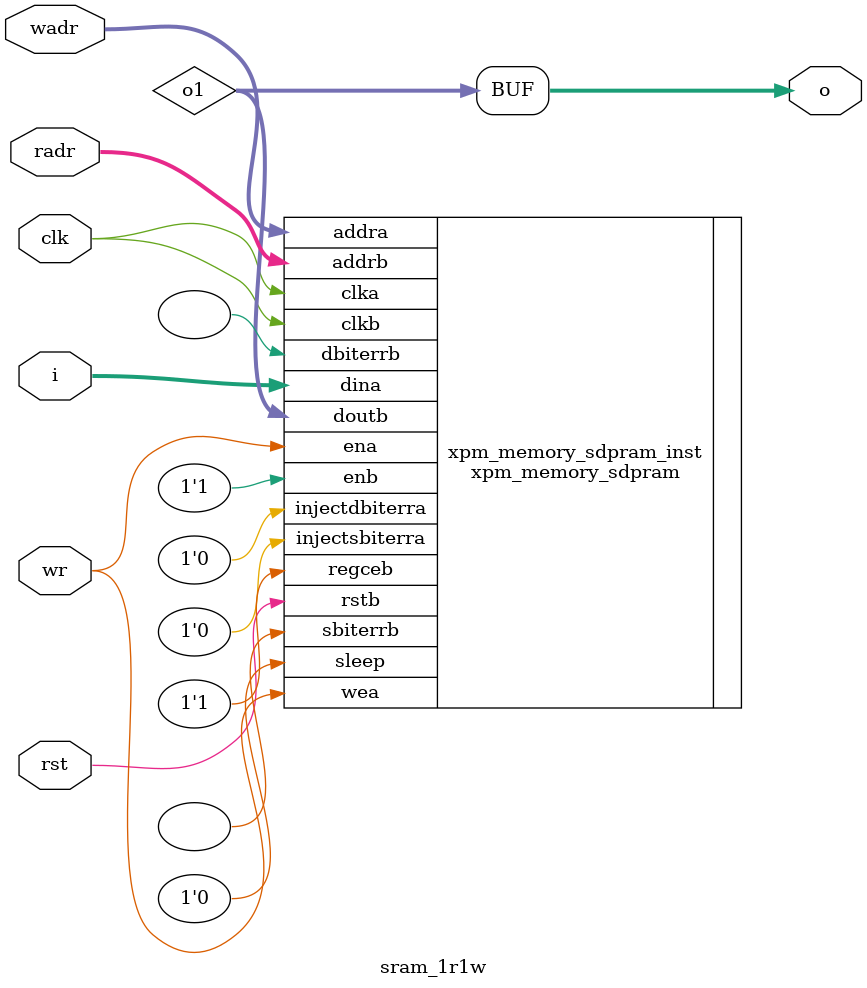
<source format=sv>

module sram_1r1w(rst, clk, wr, wadr, radr, i, o);
parameter WID=512;
parameter DEP=256;
parameter RL=1;
input rst;
input clk;
input wr;
input [$clog2(DEP)-1:0] wadr;
input [$clog2(DEP)-1:0] radr;
input [WID:1] i;
output reg [WID:1] o;

reg wr1;
reg [$clog2(DEP)-1:0] wadr1;
reg [WID:1] i1;
reg [WID:1] o1;

// xpm_memory_sdpram : In order to incorporate this function into the design,
//      Verilog      : the following instance declaration needs to be placed
//     instance      : in the body of the design code.  The instance name
//    declaration    : (xpm_memory_sdpram_inst) and/or the port declarations within the
//       code        : parenthesis may be changed to properly reference and
//                   : connect this function to the design.  All inputs
//                   : and outputs must be connected.

//  Please reference the appropriate libraries guide for additional information on the XPM modules.

   // xpm_memory_sdpram: Simple Dual Port RAM
   // Xilinx Parameterized Macro, version 2020.2

   xpm_memory_sdpram #(
      .ADDR_WIDTH_A($clog2(DEP)),               // DECIMAL
      .ADDR_WIDTH_B($clog2(DEP)),               // DECIMAL
      .AUTO_SLEEP_TIME(0),            // DECIMAL
      .BYTE_WRITE_WIDTH_A(WID),       // DECIMAL
      .CASCADE_HEIGHT(0),             // DECIMAL
      .CLOCKING_MODE("common_clock"), // String
      .ECC_MODE("no_ecc"),            // String
      .MEMORY_INIT_FILE("none"),      // String
      .MEMORY_INIT_PARAM("0"),        // String
      .MEMORY_OPTIMIZATION("true"),   // String
      .MEMORY_PRIMITIVE("block"),      // String
      .MEMORY_SIZE(WID*DEP),           // DECIMAL
      .MESSAGE_CONTROL(0),            // DECIMAL
      .READ_DATA_WIDTH_B(WID),        // DECIMAL
      .READ_LATENCY_B(RL),            // DECIMAL
      .READ_RESET_VALUE_B("0"),       // String
      .RST_MODE_A("SYNC"),            // String
      .RST_MODE_B("SYNC"),            // String
      .SIM_ASSERT_CHK(0),             // DECIMAL; 0=disable simulation messages, 1=enable simulation messages
      .USE_EMBEDDED_CONSTRAINT(0),    // DECIMAL
      .USE_MEM_INIT(1),               // DECIMAL
      .WAKEUP_TIME("disable_sleep"),  // String
      .WRITE_DATA_WIDTH_A(WID),       // DECIMAL
      .WRITE_MODE_B("no_change")      // String
   )
   xpm_memory_sdpram_inst (
      .dbiterrb(),             // 1-bit output: Status signal to indicate double bit error occurrence
                               // on the data output of port B.

      .doutb(o1),              // READ_DATA_WIDTH_B-bit output: Data output for port B read operations.
      .sbiterrb(),             // 1-bit output: Status signal to indicate single bit error occurrence
                               // on the data output of port B.

      .addra(wadr),            // ADDR_WIDTH_A-bit input: Address for port A write operations.
      .addrb(radr),            // ADDR_WIDTH_B-bit input: Address for port B read operations.
      .clka(clk),              // 1-bit input: Clock signal for port A. Also clocks port B when
                               // parameter CLOCKING_MODE is "common_clock".

      .clkb(clk),              // 1-bit input: Clock signal for port B when parameter CLOCKING_MODE is
                               // "independent_clock". Unused when parameter CLOCKING_MODE is
                               // "common_clock".

      .dina(i),                // WRITE_DATA_WIDTH_A-bit input: Data input for port A write operations.
      .ena(wr),                // 1-bit input: Memory enable signal for port A. Must be high on clock
                               // cycles when write operations are initiated. Pipelined internally.

      .enb(1'b1),              // 1-bit input: Memory enable signal for port B. Must be high on clock
                                       // cycles when read operations are initiated. Pipelined internally.

      .injectdbiterra(1'b0), 	// 1-bit input: Controls double bit error injection on input data when
                              // ECC enabled (Error injection capability is not available in
                              // "decode_only" mode).

      .injectsbiterra(1'b0), 	// 1-bit input: Controls single bit error injection on input data when
                              // ECC enabled (Error injection capability is not available in
                              // "decode_only" mode).

      .regceb(1'b1),	        // 1-bit input: Clock Enable for the last register stage on the output
                      	      // data path.

      .rstb(rst),             // 1-bit input: Reset signal for the final port B output register stage.
                              // Synchronously resets output port doutb to the value specified by
                              // parameter READ_RESET_VALUE_B.

      .sleep(1'b0),           // 1-bit input: sleep signal to enable the dynamic power saving feature.
      .wea(wr)                // WRITE_DATA_WIDTH_A/BYTE_WRITE_WIDTH_A-bit input: Write enable vector
                              // for port A input data port dina. 1 bit wide when word-wide writes are
                              // used. In byte-wide write configurations, each bit controls the
                              // writing one byte of dina to address addra. For example, to
                              // synchronously write only bits [15-8] of dina when WRITE_DATA_WIDTH_A
                              // is 32, wea would be 4'b0010.

   );

				
// If reading and writing the same address at the same time, return the new data.
// I do not think this can happen ^^^ the read address would need to be registered for performance.

always_ff @(posedge clk)
	wr1 <= wr;
always_ff @(posedge clk)
	wadr1 <= wadr;
always_ff @(posedge clk)
	i1 <= i;
/*
always_comb
	if (wr1 && wadr1==radr)
		o = i1;
	else
		o = o1;
*/
always_comb
	o = o1;

endmodule

				
				
</source>
